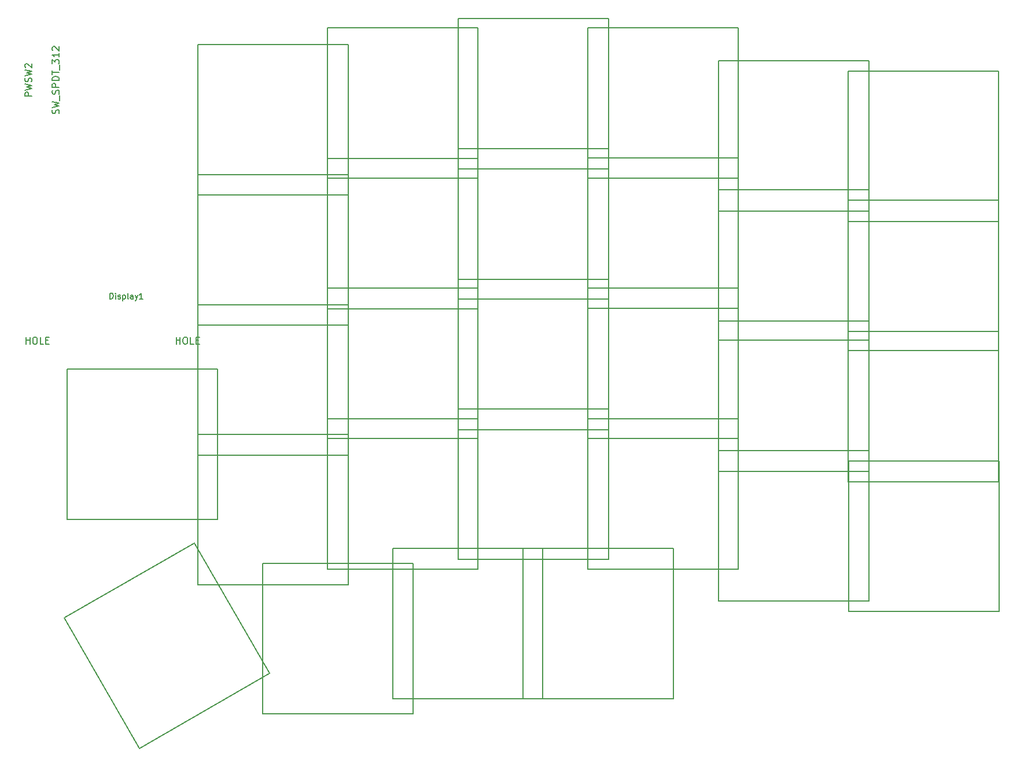
<source format=gbr>
G04 #@! TF.GenerationSoftware,KiCad,Pcbnew,8.0.5*
G04 #@! TF.CreationDate,2024-10-03T23:55:07-04:00*
G04 #@! TF.ProjectId,Lily58_Pro,4c696c79-3538-45f5-9072-6f2e6b696361,rev?*
G04 #@! TF.SameCoordinates,Original*
G04 #@! TF.FileFunction,AssemblyDrawing,Top*
%FSLAX46Y46*%
G04 Gerber Fmt 4.6, Leading zero omitted, Abs format (unit mm)*
G04 Created by KiCad (PCBNEW 8.0.5) date 2024-10-03 23:55:07*
%MOMM*%
%LPD*%
G01*
G04 APERTURE LIST*
%ADD10C,0.150000*%
G04 APERTURE END LIST*
D10*
X84333333Y-82854819D02*
X84333333Y-81854819D01*
X84333333Y-82331009D02*
X84904761Y-82331009D01*
X84904761Y-82854819D02*
X84904761Y-81854819D01*
X85571428Y-81854819D02*
X85761904Y-81854819D01*
X85761904Y-81854819D02*
X85857142Y-81902438D01*
X85857142Y-81902438D02*
X85952380Y-81997676D01*
X85952380Y-81997676D02*
X85999999Y-82188152D01*
X85999999Y-82188152D02*
X85999999Y-82521485D01*
X85999999Y-82521485D02*
X85952380Y-82711961D01*
X85952380Y-82711961D02*
X85857142Y-82807200D01*
X85857142Y-82807200D02*
X85761904Y-82854819D01*
X85761904Y-82854819D02*
X85571428Y-82854819D01*
X85571428Y-82854819D02*
X85476190Y-82807200D01*
X85476190Y-82807200D02*
X85380952Y-82711961D01*
X85380952Y-82711961D02*
X85333333Y-82521485D01*
X85333333Y-82521485D02*
X85333333Y-82188152D01*
X85333333Y-82188152D02*
X85380952Y-81997676D01*
X85380952Y-81997676D02*
X85476190Y-81902438D01*
X85476190Y-81902438D02*
X85571428Y-81854819D01*
X86904761Y-82854819D02*
X86428571Y-82854819D01*
X86428571Y-82854819D02*
X86428571Y-81854819D01*
X87238095Y-82331009D02*
X87571428Y-82331009D01*
X87714285Y-82854819D02*
X87238095Y-82854819D01*
X87238095Y-82854819D02*
X87238095Y-81854819D01*
X87238095Y-81854819D02*
X87714285Y-81854819D01*
X106333333Y-82854819D02*
X106333333Y-81854819D01*
X106333333Y-82331009D02*
X106904761Y-82331009D01*
X106904761Y-82854819D02*
X106904761Y-81854819D01*
X107571428Y-81854819D02*
X107761904Y-81854819D01*
X107761904Y-81854819D02*
X107857142Y-81902438D01*
X107857142Y-81902438D02*
X107952380Y-81997676D01*
X107952380Y-81997676D02*
X107999999Y-82188152D01*
X107999999Y-82188152D02*
X107999999Y-82521485D01*
X107999999Y-82521485D02*
X107952380Y-82711961D01*
X107952380Y-82711961D02*
X107857142Y-82807200D01*
X107857142Y-82807200D02*
X107761904Y-82854819D01*
X107761904Y-82854819D02*
X107571428Y-82854819D01*
X107571428Y-82854819D02*
X107476190Y-82807200D01*
X107476190Y-82807200D02*
X107380952Y-82711961D01*
X107380952Y-82711961D02*
X107333333Y-82521485D01*
X107333333Y-82521485D02*
X107333333Y-82188152D01*
X107333333Y-82188152D02*
X107380952Y-81997676D01*
X107380952Y-81997676D02*
X107476190Y-81902438D01*
X107476190Y-81902438D02*
X107571428Y-81854819D01*
X108904761Y-82854819D02*
X108428571Y-82854819D01*
X108428571Y-82854819D02*
X108428571Y-81854819D01*
X109238095Y-82331009D02*
X109571428Y-82331009D01*
X109714285Y-82854819D02*
X109238095Y-82854819D01*
X109238095Y-82854819D02*
X109238095Y-81854819D01*
X109238095Y-81854819D02*
X109714285Y-81854819D01*
X96644657Y-76243216D02*
X96644657Y-75430416D01*
X96644657Y-75430416D02*
X96838181Y-75430416D01*
X96838181Y-75430416D02*
X96954295Y-75469121D01*
X96954295Y-75469121D02*
X97031705Y-75546531D01*
X97031705Y-75546531D02*
X97070410Y-75623940D01*
X97070410Y-75623940D02*
X97109114Y-75778759D01*
X97109114Y-75778759D02*
X97109114Y-75894873D01*
X97109114Y-75894873D02*
X97070410Y-76049692D01*
X97070410Y-76049692D02*
X97031705Y-76127102D01*
X97031705Y-76127102D02*
X96954295Y-76204512D01*
X96954295Y-76204512D02*
X96838181Y-76243216D01*
X96838181Y-76243216D02*
X96644657Y-76243216D01*
X97457457Y-76243216D02*
X97457457Y-75701350D01*
X97457457Y-75430416D02*
X97418753Y-75469121D01*
X97418753Y-75469121D02*
X97457457Y-75507826D01*
X97457457Y-75507826D02*
X97496162Y-75469121D01*
X97496162Y-75469121D02*
X97457457Y-75430416D01*
X97457457Y-75430416D02*
X97457457Y-75507826D01*
X97805801Y-76204512D02*
X97883210Y-76243216D01*
X97883210Y-76243216D02*
X98038029Y-76243216D01*
X98038029Y-76243216D02*
X98115439Y-76204512D01*
X98115439Y-76204512D02*
X98154143Y-76127102D01*
X98154143Y-76127102D02*
X98154143Y-76088397D01*
X98154143Y-76088397D02*
X98115439Y-76010988D01*
X98115439Y-76010988D02*
X98038029Y-75972283D01*
X98038029Y-75972283D02*
X97921915Y-75972283D01*
X97921915Y-75972283D02*
X97844505Y-75933578D01*
X97844505Y-75933578D02*
X97805801Y-75856169D01*
X97805801Y-75856169D02*
X97805801Y-75817464D01*
X97805801Y-75817464D02*
X97844505Y-75740054D01*
X97844505Y-75740054D02*
X97921915Y-75701350D01*
X97921915Y-75701350D02*
X98038029Y-75701350D01*
X98038029Y-75701350D02*
X98115439Y-75740054D01*
X98502486Y-75701350D02*
X98502486Y-76514150D01*
X98502486Y-75740054D02*
X98579896Y-75701350D01*
X98579896Y-75701350D02*
X98734715Y-75701350D01*
X98734715Y-75701350D02*
X98812124Y-75740054D01*
X98812124Y-75740054D02*
X98850829Y-75778759D01*
X98850829Y-75778759D02*
X98889534Y-75856169D01*
X98889534Y-75856169D02*
X98889534Y-76088397D01*
X98889534Y-76088397D02*
X98850829Y-76165807D01*
X98850829Y-76165807D02*
X98812124Y-76204512D01*
X98812124Y-76204512D02*
X98734715Y-76243216D01*
X98734715Y-76243216D02*
X98579896Y-76243216D01*
X98579896Y-76243216D02*
X98502486Y-76204512D01*
X99353991Y-76243216D02*
X99276581Y-76204512D01*
X99276581Y-76204512D02*
X99237876Y-76127102D01*
X99237876Y-76127102D02*
X99237876Y-75430416D01*
X100011971Y-76243216D02*
X100011971Y-75817464D01*
X100011971Y-75817464D02*
X99973266Y-75740054D01*
X99973266Y-75740054D02*
X99895857Y-75701350D01*
X99895857Y-75701350D02*
X99741038Y-75701350D01*
X99741038Y-75701350D02*
X99663628Y-75740054D01*
X100011971Y-76204512D02*
X99934562Y-76243216D01*
X99934562Y-76243216D02*
X99741038Y-76243216D01*
X99741038Y-76243216D02*
X99663628Y-76204512D01*
X99663628Y-76204512D02*
X99624924Y-76127102D01*
X99624924Y-76127102D02*
X99624924Y-76049692D01*
X99624924Y-76049692D02*
X99663628Y-75972283D01*
X99663628Y-75972283D02*
X99741038Y-75933578D01*
X99741038Y-75933578D02*
X99934562Y-75933578D01*
X99934562Y-75933578D02*
X100011971Y-75894873D01*
X100321609Y-75701350D02*
X100515133Y-76243216D01*
X100708656Y-75701350D02*
X100515133Y-76243216D01*
X100515133Y-76243216D02*
X100437723Y-76436740D01*
X100437723Y-76436740D02*
X100399018Y-76475445D01*
X100399018Y-76475445D02*
X100321609Y-76514150D01*
X101444047Y-76243216D02*
X100979590Y-76243216D01*
X101211818Y-76243216D02*
X101211818Y-75430416D01*
X101211818Y-75430416D02*
X101134409Y-75546531D01*
X101134409Y-75546531D02*
X101056999Y-75623940D01*
X101056999Y-75623940D02*
X100979590Y-75662645D01*
X85186819Y-46582142D02*
X84186819Y-46582142D01*
X84186819Y-46582142D02*
X84186819Y-46201190D01*
X84186819Y-46201190D02*
X84234438Y-46105952D01*
X84234438Y-46105952D02*
X84282057Y-46058333D01*
X84282057Y-46058333D02*
X84377295Y-46010714D01*
X84377295Y-46010714D02*
X84520152Y-46010714D01*
X84520152Y-46010714D02*
X84615390Y-46058333D01*
X84615390Y-46058333D02*
X84663009Y-46105952D01*
X84663009Y-46105952D02*
X84710628Y-46201190D01*
X84710628Y-46201190D02*
X84710628Y-46582142D01*
X84186819Y-45677380D02*
X85186819Y-45439285D01*
X85186819Y-45439285D02*
X84472533Y-45248809D01*
X84472533Y-45248809D02*
X85186819Y-45058333D01*
X85186819Y-45058333D02*
X84186819Y-44820238D01*
X85139200Y-44486904D02*
X85186819Y-44344047D01*
X85186819Y-44344047D02*
X85186819Y-44105952D01*
X85186819Y-44105952D02*
X85139200Y-44010714D01*
X85139200Y-44010714D02*
X85091580Y-43963095D01*
X85091580Y-43963095D02*
X84996342Y-43915476D01*
X84996342Y-43915476D02*
X84901104Y-43915476D01*
X84901104Y-43915476D02*
X84805866Y-43963095D01*
X84805866Y-43963095D02*
X84758247Y-44010714D01*
X84758247Y-44010714D02*
X84710628Y-44105952D01*
X84710628Y-44105952D02*
X84663009Y-44296428D01*
X84663009Y-44296428D02*
X84615390Y-44391666D01*
X84615390Y-44391666D02*
X84567771Y-44439285D01*
X84567771Y-44439285D02*
X84472533Y-44486904D01*
X84472533Y-44486904D02*
X84377295Y-44486904D01*
X84377295Y-44486904D02*
X84282057Y-44439285D01*
X84282057Y-44439285D02*
X84234438Y-44391666D01*
X84234438Y-44391666D02*
X84186819Y-44296428D01*
X84186819Y-44296428D02*
X84186819Y-44058333D01*
X84186819Y-44058333D02*
X84234438Y-43915476D01*
X84186819Y-43582142D02*
X85186819Y-43344047D01*
X85186819Y-43344047D02*
X84472533Y-43153571D01*
X84472533Y-43153571D02*
X85186819Y-42963095D01*
X85186819Y-42963095D02*
X84186819Y-42725000D01*
X84282057Y-42391666D02*
X84234438Y-42344047D01*
X84234438Y-42344047D02*
X84186819Y-42248809D01*
X84186819Y-42248809D02*
X84186819Y-42010714D01*
X84186819Y-42010714D02*
X84234438Y-41915476D01*
X84234438Y-41915476D02*
X84282057Y-41867857D01*
X84282057Y-41867857D02*
X84377295Y-41820238D01*
X84377295Y-41820238D02*
X84472533Y-41820238D01*
X84472533Y-41820238D02*
X84615390Y-41867857D01*
X84615390Y-41867857D02*
X85186819Y-42439285D01*
X85186819Y-42439285D02*
X85186819Y-41820238D01*
X89139200Y-49129761D02*
X89186819Y-48986904D01*
X89186819Y-48986904D02*
X89186819Y-48748809D01*
X89186819Y-48748809D02*
X89139200Y-48653571D01*
X89139200Y-48653571D02*
X89091580Y-48605952D01*
X89091580Y-48605952D02*
X88996342Y-48558333D01*
X88996342Y-48558333D02*
X88901104Y-48558333D01*
X88901104Y-48558333D02*
X88805866Y-48605952D01*
X88805866Y-48605952D02*
X88758247Y-48653571D01*
X88758247Y-48653571D02*
X88710628Y-48748809D01*
X88710628Y-48748809D02*
X88663009Y-48939285D01*
X88663009Y-48939285D02*
X88615390Y-49034523D01*
X88615390Y-49034523D02*
X88567771Y-49082142D01*
X88567771Y-49082142D02*
X88472533Y-49129761D01*
X88472533Y-49129761D02*
X88377295Y-49129761D01*
X88377295Y-49129761D02*
X88282057Y-49082142D01*
X88282057Y-49082142D02*
X88234438Y-49034523D01*
X88234438Y-49034523D02*
X88186819Y-48939285D01*
X88186819Y-48939285D02*
X88186819Y-48701190D01*
X88186819Y-48701190D02*
X88234438Y-48558333D01*
X88186819Y-48224999D02*
X89186819Y-47986904D01*
X89186819Y-47986904D02*
X88472533Y-47796428D01*
X88472533Y-47796428D02*
X89186819Y-47605952D01*
X89186819Y-47605952D02*
X88186819Y-47367857D01*
X89282057Y-47225000D02*
X89282057Y-46463095D01*
X89139200Y-46272618D02*
X89186819Y-46129761D01*
X89186819Y-46129761D02*
X89186819Y-45891666D01*
X89186819Y-45891666D02*
X89139200Y-45796428D01*
X89139200Y-45796428D02*
X89091580Y-45748809D01*
X89091580Y-45748809D02*
X88996342Y-45701190D01*
X88996342Y-45701190D02*
X88901104Y-45701190D01*
X88901104Y-45701190D02*
X88805866Y-45748809D01*
X88805866Y-45748809D02*
X88758247Y-45796428D01*
X88758247Y-45796428D02*
X88710628Y-45891666D01*
X88710628Y-45891666D02*
X88663009Y-46082142D01*
X88663009Y-46082142D02*
X88615390Y-46177380D01*
X88615390Y-46177380D02*
X88567771Y-46224999D01*
X88567771Y-46224999D02*
X88472533Y-46272618D01*
X88472533Y-46272618D02*
X88377295Y-46272618D01*
X88377295Y-46272618D02*
X88282057Y-46224999D01*
X88282057Y-46224999D02*
X88234438Y-46177380D01*
X88234438Y-46177380D02*
X88186819Y-46082142D01*
X88186819Y-46082142D02*
X88186819Y-45844047D01*
X88186819Y-45844047D02*
X88234438Y-45701190D01*
X89186819Y-45272618D02*
X88186819Y-45272618D01*
X88186819Y-45272618D02*
X88186819Y-44891666D01*
X88186819Y-44891666D02*
X88234438Y-44796428D01*
X88234438Y-44796428D02*
X88282057Y-44748809D01*
X88282057Y-44748809D02*
X88377295Y-44701190D01*
X88377295Y-44701190D02*
X88520152Y-44701190D01*
X88520152Y-44701190D02*
X88615390Y-44748809D01*
X88615390Y-44748809D02*
X88663009Y-44796428D01*
X88663009Y-44796428D02*
X88710628Y-44891666D01*
X88710628Y-44891666D02*
X88710628Y-45272618D01*
X89186819Y-44272618D02*
X88186819Y-44272618D01*
X88186819Y-44272618D02*
X88186819Y-44034523D01*
X88186819Y-44034523D02*
X88234438Y-43891666D01*
X88234438Y-43891666D02*
X88329676Y-43796428D01*
X88329676Y-43796428D02*
X88424914Y-43748809D01*
X88424914Y-43748809D02*
X88615390Y-43701190D01*
X88615390Y-43701190D02*
X88758247Y-43701190D01*
X88758247Y-43701190D02*
X88948723Y-43748809D01*
X88948723Y-43748809D02*
X89043961Y-43796428D01*
X89043961Y-43796428D02*
X89139200Y-43891666D01*
X89139200Y-43891666D02*
X89186819Y-44034523D01*
X89186819Y-44034523D02*
X89186819Y-44272618D01*
X88186819Y-43415475D02*
X88186819Y-42844047D01*
X89186819Y-43129761D02*
X88186819Y-43129761D01*
X89282057Y-42748809D02*
X89282057Y-41986904D01*
X88186819Y-41844046D02*
X88186819Y-41224999D01*
X88186819Y-41224999D02*
X88567771Y-41558332D01*
X88567771Y-41558332D02*
X88567771Y-41415475D01*
X88567771Y-41415475D02*
X88615390Y-41320237D01*
X88615390Y-41320237D02*
X88663009Y-41272618D01*
X88663009Y-41272618D02*
X88758247Y-41224999D01*
X88758247Y-41224999D02*
X88996342Y-41224999D01*
X88996342Y-41224999D02*
X89091580Y-41272618D01*
X89091580Y-41272618D02*
X89139200Y-41320237D01*
X89139200Y-41320237D02*
X89186819Y-41415475D01*
X89186819Y-41415475D02*
X89186819Y-41701189D01*
X89186819Y-41701189D02*
X89139200Y-41796427D01*
X89139200Y-41796427D02*
X89091580Y-41844046D01*
X89186819Y-40272618D02*
X89186819Y-40844046D01*
X89186819Y-40558332D02*
X88186819Y-40558332D01*
X88186819Y-40558332D02*
X88329676Y-40653570D01*
X88329676Y-40653570D02*
X88424914Y-40748808D01*
X88424914Y-40748808D02*
X88472533Y-40844046D01*
X88282057Y-39891665D02*
X88234438Y-39844046D01*
X88234438Y-39844046D02*
X88186819Y-39748808D01*
X88186819Y-39748808D02*
X88186819Y-39510713D01*
X88186819Y-39510713D02*
X88234438Y-39415475D01*
X88234438Y-39415475D02*
X88282057Y-39367856D01*
X88282057Y-39367856D02*
X88377295Y-39320237D01*
X88377295Y-39320237D02*
X88472533Y-39320237D01*
X88472533Y-39320237D02*
X88615390Y-39367856D01*
X88615390Y-39367856D02*
X89186819Y-39939284D01*
X89186819Y-39939284D02*
X89186819Y-39320237D01*
G04 #@! TO.C,SW1*
X109500000Y-39000001D02*
X109500001Y-61000000D01*
X109500001Y-61000000D02*
X131500000Y-60999999D01*
X131499999Y-39000000D02*
X109500000Y-39000001D01*
X131500000Y-60999999D02*
X131499999Y-39000000D01*
G04 #@! TO.C,SW2*
X128500000Y-36600001D02*
X128500001Y-58600000D01*
X128500001Y-58600000D02*
X150500000Y-58599999D01*
X150499999Y-36600000D02*
X128500000Y-36600001D01*
X150500000Y-58599999D02*
X150499999Y-36600000D01*
G04 #@! TO.C,SW3*
X147600000Y-35210001D02*
X147600001Y-57210000D01*
X147600001Y-57210000D02*
X169600000Y-57209999D01*
X169599999Y-35210000D02*
X147600000Y-35210001D01*
X169600000Y-57209999D02*
X169599999Y-35210000D01*
G04 #@! TO.C,SW4*
X166600000Y-36600001D02*
X166600001Y-58600000D01*
X166600001Y-58600000D02*
X188600000Y-58599999D01*
X188599999Y-36600000D02*
X166600000Y-36600001D01*
X188600000Y-58599999D02*
X188599999Y-36600000D01*
G04 #@! TO.C,SW5*
X185700000Y-41400001D02*
X185700001Y-63400000D01*
X185700001Y-63400000D02*
X207700000Y-63399999D01*
X207699999Y-41400000D02*
X185700000Y-41400001D01*
X207700000Y-63399999D02*
X207699999Y-41400000D01*
G04 #@! TO.C,SW6*
X204700000Y-42900001D02*
X204700001Y-64900000D01*
X204700001Y-64900000D02*
X226700000Y-64899999D01*
X226699999Y-42900000D02*
X204700000Y-42900001D01*
X226700000Y-64899999D02*
X226699999Y-42900000D01*
G04 #@! TO.C,SW7*
X109500000Y-58100001D02*
X109500001Y-80100000D01*
X109500001Y-80100000D02*
X131500000Y-80099999D01*
X131499999Y-58100000D02*
X109500000Y-58100001D01*
X131500000Y-80099999D02*
X131499999Y-58100000D01*
G04 #@! TO.C,SW8*
X128500000Y-55700001D02*
X128500001Y-77700000D01*
X128500001Y-77700000D02*
X150500000Y-77699999D01*
X150499999Y-55700000D02*
X128500000Y-55700001D01*
X150500000Y-77699999D02*
X150499999Y-55700000D01*
G04 #@! TO.C,SW9*
X147600000Y-54300001D02*
X147600001Y-76300000D01*
X147600001Y-76300000D02*
X169600000Y-76299999D01*
X169599999Y-54300000D02*
X147600000Y-54300001D01*
X169600000Y-76299999D02*
X169599999Y-54300000D01*
G04 #@! TO.C,SW10*
X166600000Y-55600001D02*
X166600001Y-77600000D01*
X166600001Y-77600000D02*
X188600000Y-77599999D01*
X188599999Y-55600000D02*
X166600000Y-55600001D01*
X188600000Y-77599999D02*
X188599999Y-55600000D01*
G04 #@! TO.C,SW11*
X185700000Y-60300001D02*
X185700001Y-82300000D01*
X185700001Y-82300000D02*
X207700000Y-82299999D01*
X207699999Y-60300000D02*
X185700000Y-60300001D01*
X207700000Y-82299999D02*
X207699999Y-60300000D01*
G04 #@! TO.C,SW12*
X204700000Y-61800001D02*
X204700001Y-83800000D01*
X204700001Y-83800000D02*
X226700000Y-83799999D01*
X226699999Y-61800000D02*
X204700000Y-61800001D01*
X226700000Y-83799999D02*
X226699999Y-61800000D01*
G04 #@! TO.C,SW13*
X109500000Y-77100001D02*
X109500001Y-99100000D01*
X109500001Y-99100000D02*
X131500000Y-99099999D01*
X131499999Y-77100000D02*
X109500000Y-77100001D01*
X131500000Y-99099999D02*
X131499999Y-77100000D01*
G04 #@! TO.C,SW14*
X128500000Y-74700001D02*
X128500001Y-96700000D01*
X128500001Y-96700000D02*
X150500000Y-96699999D01*
X150499999Y-74700000D02*
X128500000Y-74700001D01*
X150500000Y-96699999D02*
X150499999Y-74700000D01*
G04 #@! TO.C,SW15*
X147600000Y-73400001D02*
X147600001Y-95400000D01*
X147600001Y-95400000D02*
X169600000Y-95399999D01*
X169599999Y-73400000D02*
X147600000Y-73400001D01*
X169600000Y-95399999D02*
X169599999Y-73400000D01*
G04 #@! TO.C,SW16*
X166600000Y-74700001D02*
X166600001Y-96700000D01*
X166600001Y-96700000D02*
X188600000Y-96699999D01*
X188599999Y-74700000D02*
X166600000Y-74700001D01*
X188600000Y-96699999D02*
X188599999Y-74700000D01*
G04 #@! TO.C,SW17*
X185700000Y-79500001D02*
X185700001Y-101500000D01*
X185700001Y-101500000D02*
X207700000Y-101499999D01*
X207699999Y-79500000D02*
X185700000Y-79500001D01*
X207700000Y-101499999D02*
X207699999Y-79500000D01*
G04 #@! TO.C,SW18*
X204700000Y-81000001D02*
X204700001Y-103000000D01*
X204700001Y-103000000D02*
X226700000Y-102999999D01*
X226699999Y-81000000D02*
X204700000Y-81000001D01*
X226700000Y-102999999D02*
X226699999Y-81000000D01*
G04 #@! TO.C,SW19*
X109500000Y-96100001D02*
X109500001Y-118100000D01*
X109500001Y-118100000D02*
X131500000Y-118099999D01*
X131499999Y-96100000D02*
X109500000Y-96100001D01*
X131500000Y-118099999D02*
X131499999Y-96100000D01*
G04 #@! TO.C,SW20*
X128500000Y-93800001D02*
X128500001Y-115800000D01*
X128500001Y-115800000D02*
X150500000Y-115799999D01*
X150499999Y-93800000D02*
X128500000Y-93800001D01*
X150500000Y-115799999D02*
X150499999Y-93800000D01*
G04 #@! TO.C,SW21*
X147600000Y-92400001D02*
X147600001Y-114400000D01*
X147600001Y-114400000D02*
X169600000Y-114399999D01*
X169599999Y-92400000D02*
X147600000Y-92400001D01*
X169600000Y-114399999D02*
X169599999Y-92400000D01*
G04 #@! TO.C,SW22*
X166600000Y-93800001D02*
X166600001Y-115800000D01*
X166600001Y-115800000D02*
X188600000Y-115799999D01*
X188599999Y-93800000D02*
X166600000Y-93800001D01*
X188600000Y-115799999D02*
X188599999Y-93800000D01*
G04 #@! TO.C,SW23*
X185700000Y-98500001D02*
X185700001Y-120500000D01*
X185700001Y-120500000D02*
X207700000Y-120499999D01*
X207699999Y-98500000D02*
X185700000Y-98500001D01*
X207700000Y-120499999D02*
X207699999Y-98500000D01*
G04 #@! TO.C,SW24*
X204750000Y-100000001D02*
X204750001Y-122000000D01*
X204750001Y-122000000D02*
X226750000Y-121999999D01*
X226749999Y-100000000D02*
X204750000Y-100000001D01*
X226750000Y-121999999D02*
X226749999Y-100000000D01*
G04 #@! TO.C,SW25*
X90400000Y-86500001D02*
X90400001Y-108500000D01*
X90400001Y-108500000D02*
X112400000Y-108499999D01*
X112399999Y-86500000D02*
X90400000Y-86500001D01*
X112400000Y-108499999D02*
X112399999Y-86500000D01*
G04 #@! TO.C,SW26*
X89973721Y-122973721D02*
X100973721Y-142026279D01*
X100973721Y-142026279D02*
X120026279Y-131026279D01*
X109026279Y-111973721D02*
X89973721Y-122973721D01*
X120026279Y-131026279D02*
X109026279Y-111973721D01*
G04 #@! TO.C,SW27*
X119000000Y-115000001D02*
X119000001Y-137000000D01*
X119000001Y-137000000D02*
X141000000Y-136999999D01*
X140999999Y-115000000D02*
X119000000Y-115000001D01*
X141000000Y-136999999D02*
X140999999Y-115000000D01*
G04 #@! TO.C,SW28*
X138000000Y-112750001D02*
X138000001Y-134750000D01*
X138000001Y-134750000D02*
X160000000Y-134749999D01*
X159999999Y-112750000D02*
X138000000Y-112750001D01*
X160000000Y-134749999D02*
X159999999Y-112750000D01*
G04 #@! TO.C,SW29*
X157100000Y-112750001D02*
X157100001Y-134750000D01*
X157100001Y-134750000D02*
X179100000Y-134749999D01*
X179099999Y-112750000D02*
X157100000Y-112750001D01*
X179100000Y-134749999D02*
X179099999Y-112750000D01*
G04 #@! TD*
M02*

</source>
